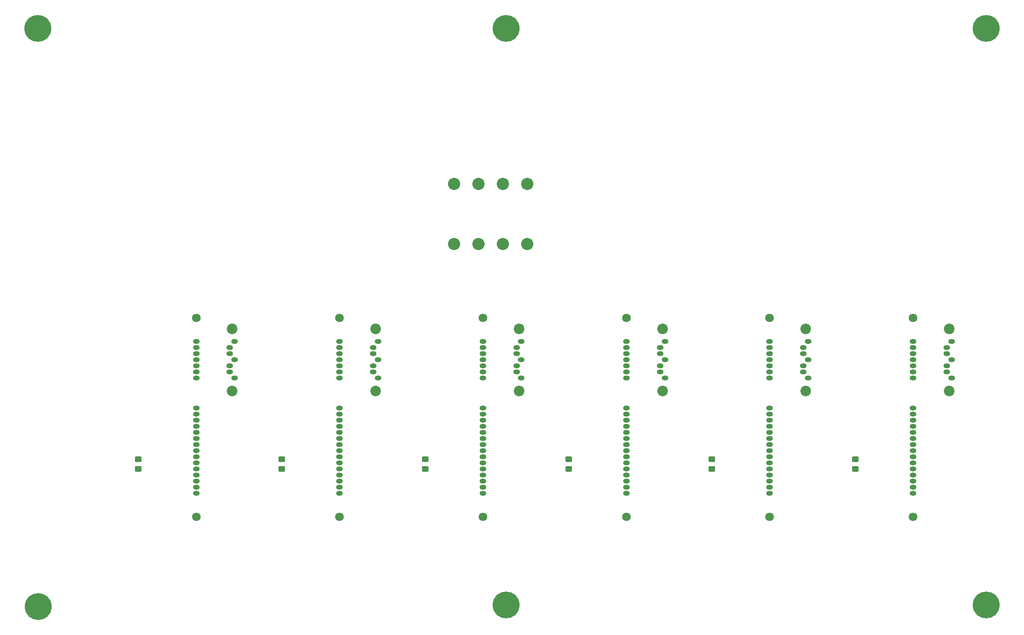
<source format=gts>
G04 #@! TF.GenerationSoftware,KiCad,Pcbnew,8.0.8*
G04 #@! TF.CreationDate,2025-03-22T18:56:51+00:00*
G04 #@! TF.ProjectId,HDD Backplane,48444420-4261-4636-9b70-6c616e652e6b,rev?*
G04 #@! TF.SameCoordinates,Original*
G04 #@! TF.FileFunction,Soldermask,Top*
G04 #@! TF.FilePolarity,Negative*
%FSLAX46Y46*%
G04 Gerber Fmt 4.6, Leading zero omitted, Abs format (unit mm)*
G04 Created by KiCad (PCBNEW 8.0.8) date 2025-03-22 18:56:51*
%MOMM*%
%LPD*%
G01*
G04 APERTURE LIST*
G04 Aperture macros list*
%AMRoundRect*
0 Rectangle with rounded corners*
0 $1 Rounding radius*
0 $2 $3 $4 $5 $6 $7 $8 $9 X,Y pos of 4 corners*
0 Add a 4 corners polygon primitive as box body*
4,1,4,$2,$3,$4,$5,$6,$7,$8,$9,$2,$3,0*
0 Add four circle primitives for the rounded corners*
1,1,$1+$1,$2,$3*
1,1,$1+$1,$4,$5*
1,1,$1+$1,$6,$7*
1,1,$1+$1,$8,$9*
0 Add four rect primitives between the rounded corners*
20,1,$1+$1,$2,$3,$4,$5,0*
20,1,$1+$1,$4,$5,$6,$7,0*
20,1,$1+$1,$6,$7,$8,$9,0*
20,1,$1+$1,$8,$9,$2,$3,0*%
G04 Aperture macros list end*
%ADD10C,5.600000*%
%ADD11C,1.800000*%
%ADD12O,1.400000X1.000000*%
%ADD13RoundRect,0.250000X-0.450000X0.325000X-0.450000X-0.325000X0.450000X-0.325000X0.450000X0.325000X0*%
%ADD14C,2.200000*%
%ADD15C,2.540000*%
G04 APERTURE END LIST*
D10*
X123750000Y-151500000D03*
X123750000Y-31300000D03*
D11*
X208551141Y-91627224D03*
X208551141Y-133127224D03*
D12*
X208551141Y-96547224D03*
X208551141Y-97817224D03*
X208551141Y-99087224D03*
X208551141Y-100357224D03*
X208551141Y-101627224D03*
X208551141Y-102897224D03*
X208551141Y-104167224D03*
X208551141Y-110427224D03*
X208551141Y-111697224D03*
X208551141Y-112967224D03*
X208551141Y-114237224D03*
X208551141Y-115507224D03*
X208551141Y-116777224D03*
X208551141Y-118047224D03*
X208551141Y-119317224D03*
X208551141Y-120587224D03*
X208551141Y-121857224D03*
X208551141Y-123127224D03*
X208551141Y-124397224D03*
X208551141Y-125667224D03*
X208551141Y-126937224D03*
X208551141Y-128207224D03*
D13*
X196501141Y-121092224D03*
X196501141Y-123142224D03*
D14*
X216051141Y-106847224D03*
X216051141Y-93887224D03*
D12*
X216551141Y-96557224D03*
X215551141Y-97827224D03*
X215551141Y-99097224D03*
X216551141Y-100367224D03*
X215551141Y-101637224D03*
X215551141Y-102907224D03*
X216551141Y-104177224D03*
D11*
X178651141Y-91627224D03*
X178651141Y-133127224D03*
D12*
X178651141Y-96547224D03*
X178651141Y-97817224D03*
X178651141Y-99087224D03*
X178651141Y-100357224D03*
X178651141Y-101627224D03*
X178651141Y-102897224D03*
X178651141Y-104167224D03*
X178651141Y-110427224D03*
X178651141Y-111697224D03*
X178651141Y-112967224D03*
X178651141Y-114237224D03*
X178651141Y-115507224D03*
X178651141Y-116777224D03*
X178651141Y-118047224D03*
X178651141Y-119317224D03*
X178651141Y-120587224D03*
X178651141Y-121857224D03*
X178651141Y-123127224D03*
X178651141Y-124397224D03*
X178651141Y-125667224D03*
X178651141Y-126937224D03*
X178651141Y-128207224D03*
D13*
X166601141Y-121092224D03*
X166601141Y-123142224D03*
D14*
X186151141Y-106847224D03*
X186151141Y-93887224D03*
D12*
X186651141Y-96557224D03*
X185651141Y-97827224D03*
X185651141Y-99097224D03*
X186651141Y-100367224D03*
X185651141Y-101637224D03*
X185651141Y-102907224D03*
X186651141Y-104177224D03*
D11*
X148851141Y-91627224D03*
X148851141Y-133127224D03*
D12*
X148851141Y-96547224D03*
X148851141Y-97817224D03*
X148851141Y-99087224D03*
X148851141Y-100357224D03*
X148851141Y-101627224D03*
X148851141Y-102897224D03*
X148851141Y-104167224D03*
X148851141Y-110427224D03*
X148851141Y-111697224D03*
X148851141Y-112967224D03*
X148851141Y-114237224D03*
X148851141Y-115507224D03*
X148851141Y-116777224D03*
X148851141Y-118047224D03*
X148851141Y-119317224D03*
X148851141Y-120587224D03*
X148851141Y-121857224D03*
X148851141Y-123127224D03*
X148851141Y-124397224D03*
X148851141Y-125667224D03*
X148851141Y-126937224D03*
X148851141Y-128207224D03*
D13*
X136801141Y-121092224D03*
X136801141Y-123142224D03*
D14*
X156351141Y-106847224D03*
X156351141Y-93887224D03*
D12*
X156851141Y-96557224D03*
X155851141Y-97827224D03*
X155851141Y-99097224D03*
X156851141Y-100367224D03*
X155851141Y-101637224D03*
X155851141Y-102907224D03*
X156851141Y-104177224D03*
D11*
X118951141Y-91627224D03*
X118951141Y-133127224D03*
D12*
X118951141Y-96547224D03*
X118951141Y-97817224D03*
X118951141Y-99087224D03*
X118951141Y-100357224D03*
X118951141Y-101627224D03*
X118951141Y-102897224D03*
X118951141Y-104167224D03*
X118951141Y-110427224D03*
X118951141Y-111697224D03*
X118951141Y-112967224D03*
X118951141Y-114237224D03*
X118951141Y-115507224D03*
X118951141Y-116777224D03*
X118951141Y-118047224D03*
X118951141Y-119317224D03*
X118951141Y-120587224D03*
X118951141Y-121857224D03*
X118951141Y-123127224D03*
X118951141Y-124397224D03*
X118951141Y-125667224D03*
X118951141Y-126937224D03*
X118951141Y-128207224D03*
D13*
X106901141Y-121092224D03*
X106901141Y-123142224D03*
D14*
X126451141Y-106847224D03*
X126451141Y-93887224D03*
D12*
X126951141Y-96557224D03*
X125951141Y-97827224D03*
X125951141Y-99097224D03*
X126951141Y-100367224D03*
X125951141Y-101637224D03*
X125951141Y-102907224D03*
X126951141Y-104177224D03*
D11*
X89101141Y-91627224D03*
X89101141Y-133127224D03*
D12*
X89101141Y-96547224D03*
X89101141Y-97817224D03*
X89101141Y-99087224D03*
X89101141Y-100357224D03*
X89101141Y-101627224D03*
X89101141Y-102897224D03*
X89101141Y-104167224D03*
X89101141Y-110427224D03*
X89101141Y-111697224D03*
X89101141Y-112967224D03*
X89101141Y-114237224D03*
X89101141Y-115507224D03*
X89101141Y-116777224D03*
X89101141Y-118047224D03*
X89101141Y-119317224D03*
X89101141Y-120587224D03*
X89101141Y-121857224D03*
X89101141Y-123127224D03*
X89101141Y-124397224D03*
X89101141Y-125667224D03*
X89101141Y-126937224D03*
X89101141Y-128207224D03*
D14*
X96601141Y-106847224D03*
X96601141Y-93887224D03*
D12*
X97101141Y-96557224D03*
X96101141Y-97827224D03*
X96101141Y-99097224D03*
X97101141Y-100367224D03*
X96101141Y-101637224D03*
X96101141Y-102907224D03*
X97101141Y-104177224D03*
D13*
X77051141Y-121092224D03*
X77051141Y-123142224D03*
D10*
X223750000Y-151500000D03*
D13*
X47200000Y-123145000D03*
X47200000Y-121095000D03*
D10*
X26250000Y-31300000D03*
X26350000Y-151800000D03*
D12*
X67250000Y-104180000D03*
X66250000Y-102910000D03*
X66250000Y-101640000D03*
X67250000Y-100370000D03*
X66250000Y-99100000D03*
X66250000Y-97830000D03*
X67250000Y-96560000D03*
D14*
X66750000Y-93890000D03*
X66750000Y-106850000D03*
D10*
X223750000Y-31300000D03*
D15*
X128200000Y-63650000D03*
X123120000Y-63650000D03*
X118040000Y-63650000D03*
X112960000Y-63650000D03*
X128170000Y-76250000D03*
X123090000Y-76250000D03*
X118010000Y-76250000D03*
X112930000Y-76250000D03*
D12*
X59250000Y-128210000D03*
X59250000Y-126940000D03*
X59250000Y-125670000D03*
X59250000Y-124400000D03*
X59250000Y-123130000D03*
X59250000Y-121860000D03*
X59250000Y-120590000D03*
X59250000Y-119320000D03*
X59250000Y-118050000D03*
X59250000Y-116780000D03*
X59250000Y-115510000D03*
X59250000Y-114240000D03*
X59250000Y-112970000D03*
X59250000Y-111700000D03*
X59250000Y-110430000D03*
X59250000Y-104170000D03*
X59250000Y-102900000D03*
X59250000Y-101630000D03*
X59250000Y-100360000D03*
X59250000Y-99090000D03*
X59250000Y-97820000D03*
X59250000Y-96550000D03*
D11*
X59250000Y-133130000D03*
X59250000Y-91630000D03*
M02*

</source>
